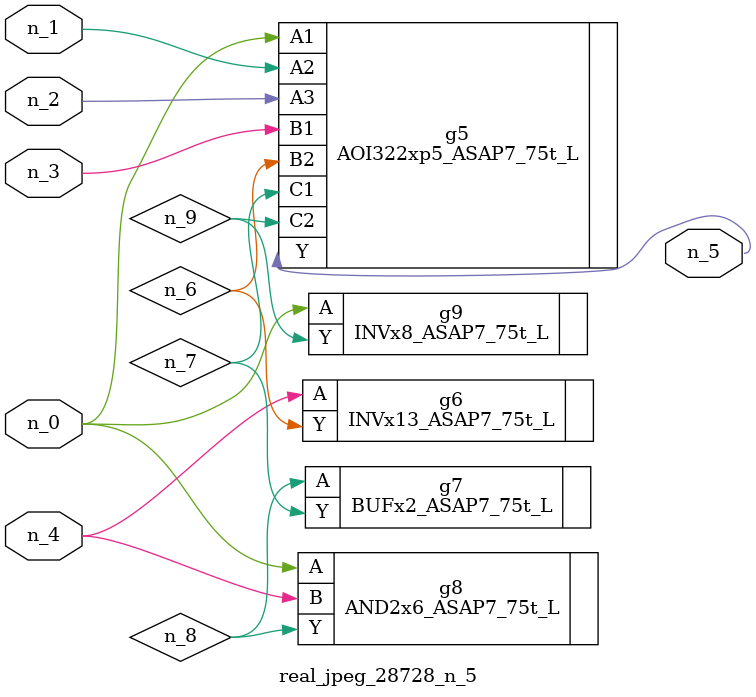
<source format=v>
module real_jpeg_28728_n_5 (n_4, n_0, n_1, n_2, n_3, n_5);

input n_4;
input n_0;
input n_1;
input n_2;
input n_3;

output n_5;

wire n_8;
wire n_6;
wire n_7;
wire n_9;

AOI322xp5_ASAP7_75t_L g5 ( 
.A1(n_0),
.A2(n_1),
.A3(n_2),
.B1(n_3),
.B2(n_6),
.C1(n_7),
.C2(n_9),
.Y(n_5)
);

AND2x6_ASAP7_75t_L g8 ( 
.A(n_0),
.B(n_4),
.Y(n_8)
);

INVx8_ASAP7_75t_L g9 ( 
.A(n_0),
.Y(n_9)
);

INVx13_ASAP7_75t_L g6 ( 
.A(n_4),
.Y(n_6)
);

BUFx2_ASAP7_75t_L g7 ( 
.A(n_8),
.Y(n_7)
);


endmodule
</source>
